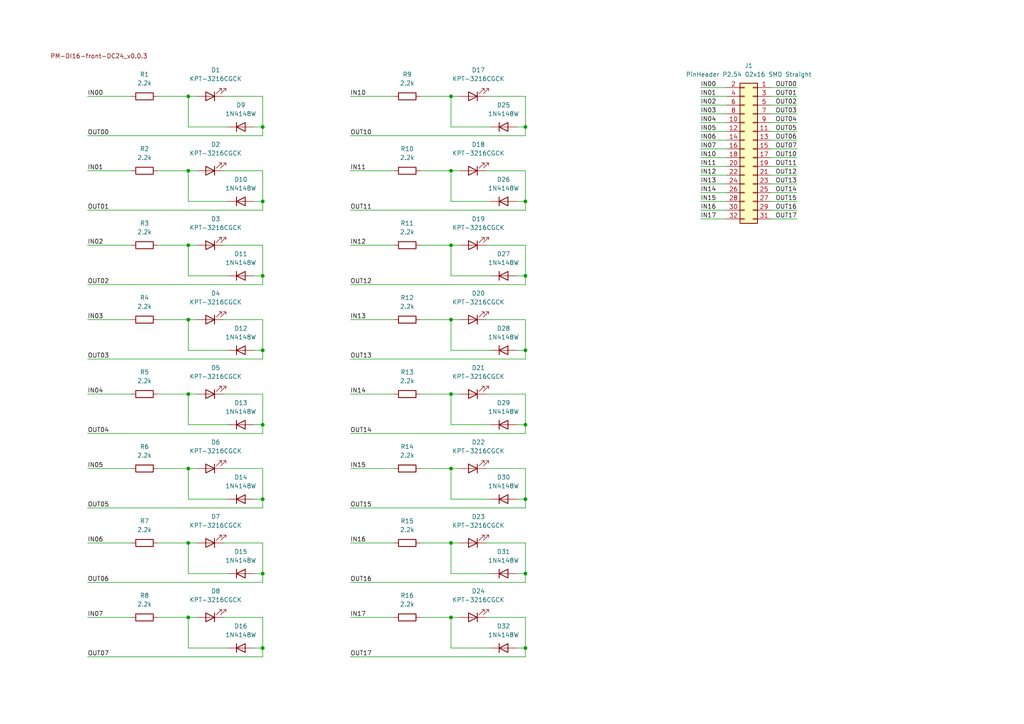
<source format=kicad_sch>
(kicad_sch (version 20231120) (generator "eeschema") (generator_version "8.0")
  (paper "A4")
  (title_block (title "Модуль PM-DI16-front-DC24"))
  (lib_symbols
    (symbol "kicad_inventree_lib:1N4148W" (pin_numbers hide) (pin_names (offset 1.016) hide)
      (property "Reference" "D" (at 0 2.54 0))
      (property "Value" "1N4148W" (at 0 -2.54 0))
      (symbol "1N4148W_1_1"
        (pin passive line (at -3.81 0 0) (length 2.54) (name "K") (number "1"))
        (pin passive line (at 3.81 0 180) (length 2.54) (name "A") (number "2"))
      )
    )
    (symbol "kicad_inventree_lib:Kingbright_KPT-3216CGCK" (pin_numbers hide) (pin_names (offset 1.016) hide)
      (property "Reference" "D" (at 0 2.54 0))
      (property "Value" "KPT-3216CGCK" (at 0 -2.54 0))
      (symbol "Kingbright_KPT-3216CGCK_1_1"
        (pin passive line (at -3.81 0 0) (length 2.54) (name "K") (number "1"))
        (pin passive line (at 3.81 0 180) (length 2.54) (name "A") (number "2"))
      )
    )
    (symbol "kicad_inventree_lib:PM-DI16-front-DC24_v0.0.3" (on_board no)
      (symbol "PM-DI16-front-DC24_v0.0.3_1_1"
        (text "PM-DI16-front-DC24_v0.0.3" (at -0.508 -2.286 0) (effects (font (size 1.27 1.27))))
      )
    )
    (symbol "kicad_inventree_lib:PinHeader P2.54 02x16 SMD Straight" (pin_names (offset 1.016) hide)
      (property "Reference" "J" (at 1.27 20.32 0))
      (property "Value" "PinHeader P2.54 02x16 SMD Straight" (at 1.27 -22.86 0))
      (symbol "PinHeader P2.54 02x16 SMD Straight_1_1"
        (pin passive line (at -5.08 17.78 0) (length 3.81) (name "Pin_1") (number "1"))
        (pin passive line (at 7.62 7.62 180) (length 3.81) (name "Pin_10") (number "10"))
        (pin passive line (at -5.08 5.08 0) (length 3.81) (name "Pin_11") (number "11"))
        (pin passive line (at 7.62 5.08 180) (length 3.81) (name "Pin_12") (number "12"))
        (pin passive line (at -5.08 2.54 0) (length 3.81) (name "Pin_13") (number "13"))
        (pin passive line (at 7.62 2.54 180) (length 3.81) (name "Pin_14") (number "14"))
        (pin passive line (at -5.08 0 0) (length 3.81) (name "Pin_15") (number "15"))
        (pin passive line (at 7.62 0 180) (length 3.81) (name "Pin_16") (number "16"))
        (pin passive line (at -5.08 -2.54 0) (length 3.81) (name "Pin_17") (number "17"))
        (pin passive line (at 7.62 -2.54 180) (length 3.81) (name "Pin_18") (number "18"))
        (pin passive line (at -5.08 -5.08 0) (length 3.81) (name "Pin_19") (number "19"))
        (pin passive line (at 7.62 17.78 180) (length 3.81) (name "Pin_2") (number "2"))
        (pin passive line (at 7.62 -5.08 180) (length 3.81) (name "Pin_20") (number "20"))
        (pin passive line (at -5.08 -7.62 0) (length 3.81) (name "Pin_21") (number "21"))
        (pin passive line (at 7.62 -7.62 180) (length 3.81) (name "Pin_22") (number "22"))
        (pin passive line (at -5.08 -10.16 0) (length 3.81) (name "Pin_23") (number "23"))
        (pin passive line (at 7.62 -10.16 180) (length 3.81) (name "Pin_24") (number "24"))
        (pin passive line (at -5.08 -12.7 0) (length 3.81) (name "Pin_25") (number "25"))
        (pin passive line (at 7.62 -12.7 180) (length 3.81) (name "Pin_26") (number "26"))
        (pin passive line (at -5.08 -15.24 0) (length 3.81) (name "Pin_27") (number "27"))
        (pin passive line (at 7.62 -15.24 180) (length 3.81) (name "Pin_28") (number "28"))
        (pin passive line (at -5.08 -17.78 0) (length 3.81) (name "Pin_29") (number "29"))
        (pin passive line (at -5.08 15.24 0) (length 3.81) (name "Pin_3") (number "3"))
        (pin passive line (at 7.62 -17.78 180) (length 3.81) (name "Pin_30") (number "30"))
        (pin passive line (at -5.08 -20.32 0) (length 3.81) (name "Pin_31") (number "31"))
        (pin passive line (at 7.62 -20.32 180) (length 3.81) (name "Pin_32") (number "32"))
        (pin passive line (at 7.62 15.24 180) (length 3.81) (name "Pin_4") (number "4"))
        (pin passive line (at -5.08 12.7 0) (length 3.81) (name "Pin_5") (number "5"))
        (pin passive line (at 7.62 12.7 180) (length 3.81) (name "Pin_6") (number "6"))
        (pin passive line (at -5.08 10.16 0) (length 3.81) (name "Pin_7") (number "7"))
        (pin passive line (at 7.62 10.16 180) (length 3.81) (name "Pin_8") (number "8"))
        (pin passive line (at -5.08 7.62 0) (length 3.81) (name "Pin_9") (number "9"))
      )
    )
    (symbol "kicad_inventree_lib:R_2k2_2512_1%" (pin_numbers hide) (pin_names (offset 0))
      (property "Reference" "R" (at 2.032 0 90))
      (property "Value" "2.2k" (at 0 0 90))
      (symbol "R_2k2_2512_1%_1_1"
        (pin passive line (at 0 3.81 270) (length 1.27) (name "~") (number "1"))
        (pin passive line (at 0 -3.81 90) (length 1.27) (name "~") (number "2"))
      )
    )
  )
  (junction (at 76.2 144.78))
  (junction (at 130.81 157.48))
  (junction (at 152.4 123.19))
  (junction (at 152.4 58.42))
  (junction (at 76.2 187.96))
  (junction (at 130.81 49.53))
  (junction (at 152.4 166.37))
  (junction (at 152.4 101.6))
  (junction (at 152.4 36.83))
  (junction (at 76.2 80.01))
  (junction (at 76.2 101.6))
  (junction (at 54.61 179.07))
  (junction (at 130.81 92.71))
  (junction (at 130.81 71.12))
  (junction (at 152.4 144.78))
  (junction (at 130.81 179.07))
  (junction (at 54.61 49.53))
  (junction (at 54.61 27.94))
  (junction (at 152.4 187.96))
  (junction (at 76.2 166.37))
  (junction (at 54.61 92.71))
  (junction (at 130.81 135.89))
  (junction (at 130.81 27.94))
  (junction (at 54.61 71.12))
  (junction (at 76.2 36.83))
  (junction (at 54.61 157.48))
  (junction (at 130.81 114.3))
  (junction (at 76.2 123.19))
  (junction (at 54.61 135.89))
  (junction (at 76.2 58.42))
  (junction (at 54.61 114.3))
  (junction (at 152.4 80.01))
  (wire (pts (xy 203.2 25.4) (xy 210.82 25.4)))
  (wire (pts (xy 152.4 80.01) (xy 152.4 71.12)))
  (wire (pts (xy 152.4 60.96) (xy 152.4 58.42)))
  (wire (pts (xy 25.4 168.91) (xy 76.2 168.91)))
  (wire (pts (xy 66.04 80.01) (xy 54.61 80.01)))
  (wire (pts (xy 25.4 135.89) (xy 38.1 135.89)))
  (wire (pts (xy 101.6 190.5) (xy 152.4 190.5)))
  (wire (pts (xy 101.6 92.71) (xy 114.3 92.71)))
  (wire (pts (xy 25.4 179.07) (xy 38.1 179.07)))
  (wire (pts (xy 203.2 35.56) (xy 210.82 35.56)))
  (wire (pts (xy 140.97 157.48) (xy 152.4 157.48)))
  (wire (pts (xy 130.81 49.53) (xy 133.35 49.53)))
  (wire (pts (xy 66.04 101.6) (xy 54.61 101.6)))
  (wire (pts (xy 101.6 82.55) (xy 152.4 82.55)))
  (wire (pts (xy 130.81 58.42) (xy 130.81 49.53)))
  (wire (pts (xy 66.04 144.78) (xy 54.61 144.78)))
  (wire (pts (xy 101.6 168.91) (xy 152.4 168.91)))
  (wire (pts (xy 73.66 123.19) (xy 76.2 123.19)))
  (wire (pts (xy 223.52 33.02) (xy 231.14 33.02)))
  (wire (pts (xy 149.86 36.83) (xy 152.4 36.83)))
  (wire (pts (xy 76.2 147.32) (xy 76.2 144.78)))
  (wire (pts (xy 121.92 135.89) (xy 130.81 135.89)))
  (wire (pts (xy 223.52 45.72) (xy 231.14 45.72)))
  (wire (pts (xy 142.24 123.19) (xy 130.81 123.19)))
  (wire (pts (xy 152.4 190.5) (xy 152.4 187.96)))
  (wire (pts (xy 152.4 58.42) (xy 152.4 49.53)))
  (wire (pts (xy 25.4 104.14) (xy 76.2 104.14)))
  (wire (pts (xy 76.2 80.01) (xy 76.2 71.12)))
  (wire (pts (xy 101.6 49.53) (xy 114.3 49.53)))
  (wire (pts (xy 152.4 36.83) (xy 152.4 27.94)))
  (wire (pts (xy 64.77 71.12) (xy 76.2 71.12)))
  (wire (pts (xy 54.61 92.71) (xy 57.15 92.71)))
  (wire (pts (xy 101.6 27.94) (xy 114.3 27.94)))
  (wire (pts (xy 223.52 27.94) (xy 231.14 27.94)))
  (wire (pts (xy 149.86 187.96) (xy 152.4 187.96)))
  (wire (pts (xy 130.81 114.3) (xy 133.35 114.3)))
  (wire (pts (xy 66.04 166.37) (xy 54.61 166.37)))
  (wire (pts (xy 130.81 166.37) (xy 130.81 157.48)))
  (wire (pts (xy 140.97 179.07) (xy 152.4 179.07)))
  (wire (pts (xy 203.2 40.64) (xy 210.82 40.64)))
  (wire (pts (xy 149.86 144.78) (xy 152.4 144.78)))
  (wire (pts (xy 203.2 43.18) (xy 210.82 43.18)))
  (wire (pts (xy 149.86 123.19) (xy 152.4 123.19)))
  (wire (pts (xy 223.52 53.34) (xy 231.14 53.34)))
  (wire (pts (xy 76.2 190.5) (xy 76.2 187.96)))
  (wire (pts (xy 223.52 35.56) (xy 231.14 35.56)))
  (wire (pts (xy 25.4 190.5) (xy 76.2 190.5)))
  (wire (pts (xy 73.66 58.42) (xy 76.2 58.42)))
  (wire (pts (xy 223.52 50.8) (xy 231.14 50.8)))
  (wire (pts (xy 54.61 101.6) (xy 54.61 92.71)))
  (wire (pts (xy 25.4 125.73) (xy 76.2 125.73)))
  (wire (pts (xy 73.66 36.83) (xy 76.2 36.83)))
  (wire (pts (xy 101.6 125.73) (xy 152.4 125.73)))
  (wire (pts (xy 64.77 114.3) (xy 76.2 114.3)))
  (wire (pts (xy 25.4 60.96) (xy 76.2 60.96)))
  (wire (pts (xy 140.97 92.71) (xy 152.4 92.71)))
  (wire (pts (xy 76.2 36.83) (xy 76.2 27.94)))
  (wire (pts (xy 66.04 187.96) (xy 54.61 187.96)))
  (wire (pts (xy 25.4 27.94) (xy 38.1 27.94)))
  (wire (pts (xy 142.24 187.96) (xy 130.81 187.96)))
  (wire (pts (xy 25.4 71.12) (xy 38.1 71.12)))
  (wire (pts (xy 130.81 36.83) (xy 130.81 27.94)))
  (wire (pts (xy 203.2 30.48) (xy 210.82 30.48)))
  (wire (pts (xy 223.52 58.42) (xy 231.14 58.42)))
  (wire (pts (xy 54.61 114.3) (xy 57.15 114.3)))
  (wire (pts (xy 64.77 135.89) (xy 76.2 135.89)))
  (wire (pts (xy 203.2 63.5) (xy 210.82 63.5)))
  (wire (pts (xy 45.72 27.94) (xy 54.61 27.94)))
  (wire (pts (xy 149.86 166.37) (xy 152.4 166.37)))
  (wire (pts (xy 64.77 27.94) (xy 76.2 27.94)))
  (wire (pts (xy 25.4 39.37) (xy 76.2 39.37)))
  (wire (pts (xy 76.2 187.96) (xy 76.2 179.07)))
  (wire (pts (xy 73.66 166.37) (xy 76.2 166.37)))
  (wire (pts (xy 101.6 135.89) (xy 114.3 135.89)))
  (wire (pts (xy 130.81 71.12) (xy 133.35 71.12)))
  (wire (pts (xy 101.6 147.32) (xy 152.4 147.32)))
  (wire (pts (xy 66.04 36.83) (xy 54.61 36.83)))
  (wire (pts (xy 121.92 92.71) (xy 130.81 92.71)))
  (wire (pts (xy 203.2 58.42) (xy 210.82 58.42)))
  (wire (pts (xy 64.77 92.71) (xy 76.2 92.71)))
  (wire (pts (xy 64.77 49.53) (xy 76.2 49.53)))
  (wire (pts (xy 152.4 168.91) (xy 152.4 166.37)))
  (wire (pts (xy 64.77 157.48) (xy 76.2 157.48)))
  (wire (pts (xy 76.2 101.6) (xy 76.2 92.71)))
  (wire (pts (xy 101.6 71.12) (xy 114.3 71.12)))
  (wire (pts (xy 152.4 187.96) (xy 152.4 179.07)))
  (wire (pts (xy 54.61 58.42) (xy 54.61 49.53)))
  (wire (pts (xy 140.97 114.3) (xy 152.4 114.3)))
  (wire (pts (xy 54.61 71.12) (xy 57.15 71.12)))
  (wire (pts (xy 203.2 55.88) (xy 210.82 55.88)))
  (wire (pts (xy 76.2 123.19) (xy 76.2 114.3)))
  (wire (pts (xy 130.81 187.96) (xy 130.81 179.07)))
  (wire (pts (xy 64.77 179.07) (xy 76.2 179.07)))
  (wire (pts (xy 152.4 123.19) (xy 152.4 114.3)))
  (wire (pts (xy 203.2 45.72) (xy 210.82 45.72)))
  (wire (pts (xy 130.81 179.07) (xy 133.35 179.07)))
  (wire (pts (xy 142.24 166.37) (xy 130.81 166.37)))
  (wire (pts (xy 203.2 48.26) (xy 210.82 48.26)))
  (wire (pts (xy 101.6 60.96) (xy 152.4 60.96)))
  (wire (pts (xy 152.4 104.14) (xy 152.4 101.6)))
  (wire (pts (xy 73.66 144.78) (xy 76.2 144.78)))
  (wire (pts (xy 223.52 55.88) (xy 231.14 55.88)))
  (wire (pts (xy 142.24 36.83) (xy 130.81 36.83)))
  (wire (pts (xy 45.72 157.48) (xy 54.61 157.48)))
  (wire (pts (xy 45.72 114.3) (xy 54.61 114.3)))
  (wire (pts (xy 101.6 39.37) (xy 152.4 39.37)))
  (wire (pts (xy 130.81 27.94) (xy 133.35 27.94)))
  (wire (pts (xy 76.2 82.55) (xy 76.2 80.01)))
  (wire (pts (xy 223.52 30.48) (xy 231.14 30.48)))
  (wire (pts (xy 152.4 147.32) (xy 152.4 144.78)))
  (wire (pts (xy 101.6 104.14) (xy 152.4 104.14)))
  (wire (pts (xy 54.61 27.94) (xy 57.15 27.94)))
  (wire (pts (xy 25.4 147.32) (xy 76.2 147.32)))
  (wire (pts (xy 142.24 58.42) (xy 130.81 58.42)))
  (wire (pts (xy 121.92 49.53) (xy 130.81 49.53)))
  (wire (pts (xy 152.4 144.78) (xy 152.4 135.89)))
  (wire (pts (xy 25.4 49.53) (xy 38.1 49.53)))
  (wire (pts (xy 76.2 166.37) (xy 76.2 157.48)))
  (wire (pts (xy 203.2 60.96) (xy 210.82 60.96)))
  (wire (pts (xy 223.52 63.5) (xy 231.14 63.5)))
  (wire (pts (xy 54.61 166.37) (xy 54.61 157.48)))
  (wire (pts (xy 54.61 144.78) (xy 54.61 135.89)))
  (wire (pts (xy 121.92 27.94) (xy 130.81 27.94)))
  (wire (pts (xy 45.72 92.71) (xy 54.61 92.71)))
  (wire (pts (xy 142.24 144.78) (xy 130.81 144.78)))
  (wire (pts (xy 54.61 187.96) (xy 54.61 179.07)))
  (wire (pts (xy 54.61 123.19) (xy 54.61 114.3)))
  (wire (pts (xy 140.97 71.12) (xy 152.4 71.12)))
  (wire (pts (xy 76.2 144.78) (xy 76.2 135.89)))
  (wire (pts (xy 149.86 80.01) (xy 152.4 80.01)))
  (wire (pts (xy 25.4 157.48) (xy 38.1 157.48)))
  (wire (pts (xy 140.97 135.89) (xy 152.4 135.89)))
  (wire (pts (xy 152.4 82.55) (xy 152.4 80.01)))
  (wire (pts (xy 223.52 48.26) (xy 231.14 48.26)))
  (wire (pts (xy 25.4 114.3) (xy 38.1 114.3)))
  (wire (pts (xy 140.97 27.94) (xy 152.4 27.94)))
  (wire (pts (xy 121.92 157.48) (xy 130.81 157.48)))
  (wire (pts (xy 130.81 92.71) (xy 133.35 92.71)))
  (wire (pts (xy 45.72 49.53) (xy 54.61 49.53)))
  (wire (pts (xy 45.72 71.12) (xy 54.61 71.12)))
  (wire (pts (xy 76.2 125.73) (xy 76.2 123.19)))
  (wire (pts (xy 54.61 179.07) (xy 57.15 179.07)))
  (wire (pts (xy 223.52 25.4) (xy 231.14 25.4)))
  (wire (pts (xy 130.81 123.19) (xy 130.81 114.3)))
  (wire (pts (xy 25.4 82.55) (xy 76.2 82.55)))
  (wire (pts (xy 223.52 38.1) (xy 231.14 38.1)))
  (wire (pts (xy 25.4 92.71) (xy 38.1 92.71)))
  (wire (pts (xy 203.2 50.8) (xy 210.82 50.8)))
  (wire (pts (xy 54.61 36.83) (xy 54.61 27.94)))
  (wire (pts (xy 149.86 101.6) (xy 152.4 101.6)))
  (wire (pts (xy 149.86 58.42) (xy 152.4 58.42)))
  (wire (pts (xy 130.81 80.01) (xy 130.81 71.12)))
  (wire (pts (xy 101.6 157.48) (xy 114.3 157.48)))
  (wire (pts (xy 54.61 49.53) (xy 57.15 49.53)))
  (wire (pts (xy 54.61 135.89) (xy 57.15 135.89)))
  (wire (pts (xy 101.6 179.07) (xy 114.3 179.07)))
  (wire (pts (xy 203.2 53.34) (xy 210.82 53.34)))
  (wire (pts (xy 130.81 157.48) (xy 133.35 157.48)))
  (wire (pts (xy 76.2 168.91) (xy 76.2 166.37)))
  (wire (pts (xy 121.92 114.3) (xy 130.81 114.3)))
  (wire (pts (xy 76.2 58.42) (xy 76.2 49.53)))
  (wire (pts (xy 152.4 166.37) (xy 152.4 157.48)))
  (wire (pts (xy 45.72 135.89) (xy 54.61 135.89)))
  (wire (pts (xy 152.4 39.37) (xy 152.4 36.83)))
  (wire (pts (xy 203.2 27.94) (xy 210.82 27.94)))
  (wire (pts (xy 73.66 187.96) (xy 76.2 187.96)))
  (wire (pts (xy 54.61 157.48) (xy 57.15 157.48)))
  (wire (pts (xy 130.81 144.78) (xy 130.81 135.89)))
  (wire (pts (xy 130.81 135.89) (xy 133.35 135.89)))
  (wire (pts (xy 121.92 71.12) (xy 130.81 71.12)))
  (wire (pts (xy 203.2 38.1) (xy 210.82 38.1)))
  (wire (pts (xy 203.2 33.02) (xy 210.82 33.02)))
  (wire (pts (xy 223.52 43.18) (xy 231.14 43.18)))
  (wire (pts (xy 76.2 104.14) (xy 76.2 101.6)))
  (wire (pts (xy 152.4 125.73) (xy 152.4 123.19)))
  (wire (pts (xy 152.4 101.6) (xy 152.4 92.71)))
  (wire (pts (xy 140.97 49.53) (xy 152.4 49.53)))
  (wire (pts (xy 223.52 40.64) (xy 231.14 40.64)))
  (wire (pts (xy 121.92 179.07) (xy 130.81 179.07)))
  (wire (pts (xy 66.04 123.19) (xy 54.61 123.19)))
  (wire (pts (xy 76.2 39.37) (xy 76.2 36.83)))
  (wire (pts (xy 76.2 60.96) (xy 76.2 58.42)))
  (wire (pts (xy 101.6 114.3) (xy 114.3 114.3)))
  (wire (pts (xy 73.66 80.01) (xy 76.2 80.01)))
  (wire (pts (xy 142.24 101.6) (xy 130.81 101.6)))
  (wire (pts (xy 142.24 80.01) (xy 130.81 80.01)))
  (wire (pts (xy 66.04 58.42) (xy 54.61 58.42)))
  (wire (pts (xy 73.66 101.6) (xy 76.2 101.6)))
  (wire (pts (xy 45.72 179.07) (xy 54.61 179.07)))
  (wire (pts (xy 54.61 80.01) (xy 54.61 71.12)))
  (wire (pts (xy 223.52 60.96) (xy 231.14 60.96)))
  (wire (pts (xy 130.81 101.6) (xy 130.81 92.71)))
  (label "OUT02" (at 25.4 82.55 0))
  (label "OUT05" (at 25.4 147.32 0))
  (label "OUT03" (at 25.4 104.14 0))
  (label "OUT00" (at 231.14 25.4 180))
  (label "IN11" (at 203.2 48.26 0))
  (label "IN03" (at 203.2 33.02 0))
  (label "OUT17" (at 231.14 63.5 180))
  (label "OUT07" (at 231.14 43.18 180))
  (label "IN04" (at 203.2 35.56 0))
  (label "OUT04" (at 231.14 35.56 180))
  (label "OUT17" (at 101.6 190.5 0))
  (label "IN16" (at 101.6 157.48 0))
  (label "OUT15" (at 231.14 58.42 180))
  (label "IN02" (at 203.2 30.48 0))
  (label "OUT12" (at 231.14 50.8 180))
  (label "OUT15" (at 101.6 147.32 0))
  (label "OUT04" (at 25.4 125.73 0))
  (label "IN13" (at 101.6 92.71 0))
  (label "IN03" (at 25.4 92.71 0))
  (label "IN07" (at 25.4 179.07 0))
  (label "IN00" (at 25.4 27.94 0))
  (label "OUT01" (at 25.4 60.96 0))
  (label "OUT16" (at 231.14 60.96 180))
  (label "OUT14" (at 101.6 125.73 0))
  (label "OUT07" (at 25.4 190.5 0))
  (label "OUT10" (at 231.14 45.72 180))
  (label "IN01" (at 203.2 27.94 0))
  (label "OUT00" (at 25.4 39.37 0))
  (label "OUT13" (at 101.6 104.14 0))
  (label "IN17" (at 203.2 63.5 0))
  (label "OUT13" (at 231.14 53.34 180))
  (label "OUT10" (at 101.6 39.37 0))
  (label "IN14" (at 203.2 55.88 0))
  (label "IN12" (at 101.6 71.12 0))
  (label "IN04" (at 25.4 114.3 0))
  (label "OUT05" (at 231.14 38.1 180))
  (label "OUT03" (at 231.14 33.02 180))
  (label "IN05" (at 25.4 135.89 0))
  (label "IN07" (at 203.2 43.18 0))
  (label "IN06" (at 25.4 157.48 0))
  (label "IN02" (at 25.4 71.12 0))
  (label "OUT11" (at 101.6 60.96 0))
  (label "OUT14" (at 231.14 55.88 180))
  (label "IN15" (at 203.2 58.42 0))
  (label "IN05" (at 203.2 38.1 0))
  (label "OUT11" (at 231.14 48.26 180))
  (label "IN13" (at 203.2 53.34 0))
  (label "OUT12" (at 101.6 82.55 0))
  (label "OUT02" (at 231.14 30.48 180))
  (label "IN06" (at 203.2 40.64 0))
  (label "IN17" (at 101.6 179.07 0))
  (label "IN15" (at 101.6 135.89 0))
  (label "IN11" (at 101.6 49.53 0))
  (label "IN14" (at 101.6 114.3 0))
  (label "IN10" (at 203.2 45.72 0))
  (label "IN16" (at 203.2 60.96 0))
  (label "IN12" (at 203.2 50.8 0))
  (label "OUT16" (at 101.6 168.91 0))
  (label "OUT01" (at 231.14 27.94 180))
  (label "OUT06" (at 231.14 40.64 180))
  (label "OUT06" (at 25.4 168.91 0))
  (label "IN01" (at 25.4 49.53 0))
  (label "IN00" (at 203.2 25.4 0))
  (label "IN10" (at 101.6 27.94 0))
  (symbol (lib_id "kicad_inventree_lib:1N4148W") (at 69.85 101.6 0) (unit 1)
    (property "Reference" "D12" (at 69.85 95.25 0))
    (property "Value" "1N4148W" (at 69.85 97.79 0))
    (property "Footprint" "Diode_SMD:D_SOD-123" (effects (hide yes)))
    (property "Datasheet" "http://inventree.network/part/27/" (effects (hide yes)))
    (property "Description" "Diode" (effects (hide yes)))
    (property "Sim.Device" "D" (effects (hide yes)))
    (property "Sim.Pins" "1=K 2=A" (effects (hide yes)))
    (property "MfrPart" "1N4148W" (effects (hide yes)))
    (property "Manufacturer" "Jingdao" (effects (hide yes)))
    (property "HQPart" "DS0143597" (effects (hide yes)))
    (property "NextPCB_price" "0.00811" (effects (hide yes)))
    (property "NextPCB_url" "https://www.hqonline.com/product-detail/switching-diodes--small-signal--st-xianke--1n4148w-2500240525" (effects (hide yes)))
    (property "part_ipn" "1N4148W" (effects (hide yes)))
  )
  (symbol (lib_id "kicad_inventree_lib:Kingbright_KPT-3216CGCK") (at 137.16 157.48 180) (unit 1)
    (property "Reference" "D23" (at 138.7475 149.86 0))
    (property "Value" "KPT-3216CGCK" (at 138.7475 152.4 0))
    (property "Footprint" "NextPCB:Kingbright_KPT-3216CGCK" (effects (hide yes)))
    (property "Datasheet" "http://inventree.network/part/35/" (effects (hide yes)))
    (property "Description" "Light emitting diode" (effects (hide yes)))
    (property "Manufacturer" "Kingbright" (effects (hide yes)))
    (property "NextPCB_price" "0.15788" (effects (hide yes)))
    (property "NextPCB_url" "https://www.hqonline.com/product-detail/kingbright-kpt-3216cgck-1028061232" (effects (hide yes)))
    (property "part_ipn" "KPT-3216CGCK" (effects (hide yes)))
  )
  (symbol (lib_id "kicad_inventree_lib:1N4148W") (at 146.05 144.78 0) (unit 1)
    (property "Reference" "D30" (at 146.05 138.43 0))
    (property "Value" "1N4148W" (at 146.05 140.97 0))
    (property "Footprint" "Diode_SMD:D_SOD-123" (effects (hide yes)))
    (property "Datasheet" "http://inventree.network/part/27/" (effects (hide yes)))
    (property "Description" "Diode" (effects (hide yes)))
    (property "Sim.Device" "D" (effects (hide yes)))
    (property "Sim.Pins" "1=K 2=A" (effects (hide yes)))
    (property "MfrPart" "1N4148W" (effects (hide yes)))
    (property "Manufacturer" "Jingdao" (effects (hide yes)))
    (property "HQPart" "DS0143597" (effects (hide yes)))
    (property "NextPCB_price" "0.00811" (effects (hide yes)))
    (property "NextPCB_url" "https://www.hqonline.com/product-detail/switching-diodes--small-signal--st-xianke--1n4148w-2500240525" (effects (hide yes)))
    (property "part_ipn" "1N4148W" (effects (hide yes)))
  )
  (symbol (lib_id "kicad_inventree_lib:R_2k2_2512_1%") (at 41.91 135.89 90) (unit 1)
    (property "Reference" "R6" (at 41.91 129.54 90))
    (property "Value" "2.2k" (at 41.91 132.08 90))
    (property "Footprint" "Resistor_SMD:R_2512_6332Metric_Pad1.40x3.35mm_HandSolder" (effects (hide yes)))
    (property "Datasheet" "http://inventree.network/part/34/" (effects (hide yes)))
    (property "Description" "Resistor" (effects (hide yes)))
    (property "NextPCB_price" "0.01655" (effects (hide yes)))
    (property "NextPCB_url" "https://www.hqonline.com/product-detail/chip-resistors-fojan-frc2512f1101ts-2500371841" (effects (hide yes)))
    (property "part_ipn" "R_2k2_2512_1%" (effects (hide yes)))
  )
  (symbol (lib_id "kicad_inventree_lib:1N4148W") (at 69.85 58.42 0) (unit 1)
    (property "Reference" "D10" (at 69.85 52.07 0))
    (property "Value" "1N4148W" (at 69.85 54.61 0))
    (property "Footprint" "Diode_SMD:D_SOD-123" (effects (hide yes)))
    (property "Datasheet" "http://inventree.network/part/27/" (effects (hide yes)))
    (property "Description" "Diode" (effects (hide yes)))
    (property "Sim.Device" "D" (effects (hide yes)))
    (property "Sim.Pins" "1=K 2=A" (effects (hide yes)))
    (property "MfrPart" "1N4148W" (effects (hide yes)))
    (property "Manufacturer" "Jingdao" (effects (hide yes)))
    (property "HQPart" "DS0143597" (effects (hide yes)))
    (property "NextPCB_price" "0.00811" (effects (hide yes)))
    (property "NextPCB_url" "https://www.hqonline.com/product-detail/switching-diodes--small-signal--st-xianke--1n4148w-2500240525" (effects (hide yes)))
    (property "part_ipn" "1N4148W" (effects (hide yes)))
  )
  (symbol (lib_id "kicad_inventree_lib:R_2k2_2512_1%") (at 41.91 92.71 90) (unit 1)
    (property "Reference" "R4" (at 41.91 86.36 90))
    (property "Value" "2.2k" (at 41.91 88.9 90))
    (property "Footprint" "Resistor_SMD:R_2512_6332Metric_Pad1.40x3.35mm_HandSolder" (effects (hide yes)))
    (property "Datasheet" "http://inventree.network/part/34/" (effects (hide yes)))
    (property "Description" "Resistor" (effects (hide yes)))
    (property "NextPCB_price" "0.01655" (effects (hide yes)))
    (property "NextPCB_url" "https://www.hqonline.com/product-detail/chip-resistors-fojan-frc2512f1101ts-2500371841" (effects (hide yes)))
    (property "part_ipn" "R_2k2_2512_1%" (effects (hide yes)))
  )
  (symbol (lib_id "kicad_inventree_lib:R_2k2_2512_1%") (at 41.91 27.94 90) (unit 1)
    (property "Reference" "R1" (at 41.91 21.59 90))
    (property "Value" "2.2k" (at 41.91 24.13 90))
    (property "Footprint" "Resistor_SMD:R_2512_6332Metric_Pad1.40x3.35mm_HandSolder" (effects (hide yes)))
    (property "Datasheet" "http://inventree.network/part/34/" (effects (hide yes)))
    (property "Description" "Resistor" (effects (hide yes)))
    (property "NextPCB_price" "0.01655" (effects (hide yes)))
    (property "NextPCB_url" "https://www.hqonline.com/product-detail/chip-resistors-fojan-frc2512f1101ts-2500371841" (effects (hide yes)))
    (property "part_ipn" "R_2k2_2512_1%" (effects (hide yes)))
  )
  (symbol (lib_id "kicad_inventree_lib:Kingbright_KPT-3216CGCK") (at 60.96 157.48 180) (unit 1)
    (property "Reference" "D7" (at 62.5475 149.86 0))
    (property "Value" "KPT-3216CGCK" (at 62.5475 152.4 0))
    (property "Footprint" "NextPCB:Kingbright_KPT-3216CGCK" (effects (hide yes)))
    (property "Datasheet" "http://inventree.network/part/35/" (effects (hide yes)))
    (property "Description" "Light emitting diode" (effects (hide yes)))
    (property "Manufacturer" "Kingbright" (effects (hide yes)))
    (property "NextPCB_price" "0.15788" (effects (hide yes)))
    (property "NextPCB_url" "https://www.hqonline.com/product-detail/kingbright-kpt-3216cgck-1028061232" (effects (hide yes)))
    (property "part_ipn" "KPT-3216CGCK" (effects (hide yes)))
  )
  (symbol (lib_id "kicad_inventree_lib:1N4148W") (at 146.05 36.83 0) (unit 1)
    (property "Reference" "D25" (at 146.05 30.48 0))
    (property "Value" "1N4148W" (at 146.05 33.02 0))
    (property "Footprint" "Diode_SMD:D_SOD-123" (effects (hide yes)))
    (property "Datasheet" "http://inventree.network/part/27/" (effects (hide yes)))
    (property "Description" "Diode" (effects (hide yes)))
    (property "Sim.Device" "D" (effects (hide yes)))
    (property "Sim.Pins" "1=K 2=A" (effects (hide yes)))
    (property "MfrPart" "1N4148W" (effects (hide yes)))
    (property "Manufacturer" "Jingdao" (effects (hide yes)))
    (property "HQPart" "DS0143597" (effects (hide yes)))
    (property "NextPCB_price" "0.00811" (effects (hide yes)))
    (property "NextPCB_url" "https://www.hqonline.com/product-detail/switching-diodes--small-signal--st-xianke--1n4148w-2500240525" (effects (hide yes)))
    (property "part_ipn" "1N4148W" (effects (hide yes)))
  )
  (symbol (lib_id "kicad_inventree_lib:Kingbright_KPT-3216CGCK") (at 137.16 114.3 180) (unit 1)
    (property "Reference" "D21" (at 138.7475 106.68 0))
    (property "Value" "KPT-3216CGCK" (at 138.7475 109.22 0))
    (property "Footprint" "NextPCB:Kingbright_KPT-3216CGCK" (effects (hide yes)))
    (property "Datasheet" "http://inventree.network/part/35/" (effects (hide yes)))
    (property "Description" "Light emitting diode" (effects (hide yes)))
    (property "Manufacturer" "Kingbright" (effects (hide yes)))
    (property "NextPCB_price" "0.15788" (effects (hide yes)))
    (property "NextPCB_url" "https://www.hqonline.com/product-detail/kingbright-kpt-3216cgck-1028061232" (effects (hide yes)))
    (property "part_ipn" "KPT-3216CGCK" (effects (hide yes)))
  )
  (symbol (lib_id "kicad_inventree_lib:Kingbright_KPT-3216CGCK") (at 60.96 135.89 180) (unit 1)
    (property "Reference" "D6" (at 62.5475 128.27 0))
    (property "Value" "KPT-3216CGCK" (at 62.5475 130.81 0))
    (property "Footprint" "NextPCB:Kingbright_KPT-3216CGCK" (effects (hide yes)))
    (property "Datasheet" "http://inventree.network/part/35/" (effects (hide yes)))
    (property "Description" "Light emitting diode" (effects (hide yes)))
    (property "Manufacturer" "Kingbright" (effects (hide yes)))
    (property "NextPCB_price" "0.15788" (effects (hide yes)))
    (property "NextPCB_url" "https://www.hqonline.com/product-detail/kingbright-kpt-3216cgck-1028061232" (effects (hide yes)))
    (property "part_ipn" "KPT-3216CGCK" (effects (hide yes)))
  )
  (symbol (lib_id "kicad_inventree_lib:R_2k2_2512_1%") (at 118.11 71.12 90) (unit 1)
    (property "Reference" "R11" (at 118.11 64.77 90))
    (property "Value" "2.2k" (at 118.11 67.31 90))
    (property "Footprint" "Resistor_SMD:R_2512_6332Metric_Pad1.40x3.35mm_HandSolder" (effects (hide yes)))
    (property "Datasheet" "http://inventree.network/part/34/" (effects (hide yes)))
    (property "Description" "Resistor" (effects (hide yes)))
    (property "NextPCB_price" "0.01655" (effects (hide yes)))
    (property "NextPCB_url" "https://www.hqonline.com/product-detail/chip-resistors-fojan-frc2512f1101ts-2500371841" (effects (hide yes)))
    (property "part_ipn" "R_2k2_2512_1%" (effects (hide yes)))
  )
  (symbol (lib_id "kicad_inventree_lib:Kingbright_KPT-3216CGCK") (at 137.16 49.53 180) (unit 1)
    (property "Reference" "D18" (at 138.7475 41.91 0))
    (property "Value" "KPT-3216CGCK" (at 138.7475 44.45 0))
    (property "Footprint" "NextPCB:Kingbright_KPT-3216CGCK" (effects (hide yes)))
    (property "Datasheet" "http://inventree.network/part/35/" (effects (hide yes)))
    (property "Description" "Light emitting diode" (effects (hide yes)))
    (property "Manufacturer" "Kingbright" (effects (hide yes)))
    (property "NextPCB_price" "0.15788" (effects (hide yes)))
    (property "NextPCB_url" "https://www.hqonline.com/product-detail/kingbright-kpt-3216cgck-1028061232" (effects (hide yes)))
    (property "part_ipn" "KPT-3216CGCK" (effects (hide yes)))
  )
  (symbol (lib_id "kicad_inventree_lib:Kingbright_KPT-3216CGCK") (at 137.16 179.07 180) (unit 1)
    (property "Reference" "D24" (at 138.7475 171.45 0))
    (property "Value" "KPT-3216CGCK" (at 138.7475 173.99 0))
    (property "Footprint" "NextPCB:Kingbright_KPT-3216CGCK" (effects (hide yes)))
    (property "Datasheet" "http://inventree.network/part/35/" (effects (hide yes)))
    (property "Description" "Light emitting diode" (effects (hide yes)))
    (property "Manufacturer" "Kingbright" (effects (hide yes)))
    (property "NextPCB_price" "0.15788" (effects (hide yes)))
    (property "NextPCB_url" "https://www.hqonline.com/product-detail/kingbright-kpt-3216cgck-1028061232" (effects (hide yes)))
    (property "part_ipn" "KPT-3216CGCK" (effects (hide yes)))
  )
  (symbol (lib_id "kicad_inventree_lib:1N4148W") (at 69.85 123.19 0) (unit 1)
    (property "Reference" "D13" (at 69.85 116.84 0))
    (property "Value" "1N4148W" (at 69.85 119.38 0))
    (property "Footprint" "Diode_SMD:D_SOD-123" (effects (hide yes)))
    (property "Datasheet" "http://inventree.network/part/27/" (effects (hide yes)))
    (property "Description" "Diode" (effects (hide yes)))
    (property "Sim.Device" "D" (effects (hide yes)))
    (property "Sim.Pins" "1=K 2=A" (effects (hide yes)))
    (property "MfrPart" "1N4148W" (effects (hide yes)))
    (property "Manufacturer" "Jingdao" (effects (hide yes)))
    (property "HQPart" "DS0143597" (effects (hide yes)))
    (property "NextPCB_price" "0.00811" (effects (hide yes)))
    (property "NextPCB_url" "https://www.hqonline.com/product-detail/switching-diodes--small-signal--st-xianke--1n4148w-2500240525" (effects (hide yes)))
    (property "part_ipn" "1N4148W" (effects (hide yes)))
  )
  (symbol (lib_id "kicad_inventree_lib:R_2k2_2512_1%") (at 118.11 157.48 90) (unit 1)
    (property "Reference" "R15" (at 118.11 151.13 90))
    (property "Value" "2.2k" (at 118.11 153.67 90))
    (property "Footprint" "Resistor_SMD:R_2512_6332Metric_Pad1.40x3.35mm_HandSolder" (effects (hide yes)))
    (property "Datasheet" "http://inventree.network/part/34/" (effects (hide yes)))
    (property "Description" "Resistor" (effects (hide yes)))
    (property "NextPCB_price" "0.01655" (effects (hide yes)))
    (property "NextPCB_url" "https://www.hqonline.com/product-detail/chip-resistors-fojan-frc2512f1101ts-2500371841" (effects (hide yes)))
    (property "part_ipn" "R_2k2_2512_1%" (effects (hide yes)))
  )
  (symbol (lib_id "kicad_inventree_lib:R_2k2_2512_1%") (at 118.11 92.71 90) (unit 1)
    (property "Reference" "R12" (at 118.11 86.36 90))
    (property "Value" "2.2k" (at 118.11 88.9 90))
    (property "Footprint" "Resistor_SMD:R_2512_6332Metric_Pad1.40x3.35mm_HandSolder" (effects (hide yes)))
    (property "Datasheet" "http://inventree.network/part/34/" (effects (hide yes)))
    (property "Description" "Resistor" (effects (hide yes)))
    (property "NextPCB_price" "0.01655" (effects (hide yes)))
    (property "NextPCB_url" "https://www.hqonline.com/product-detail/chip-resistors-fojan-frc2512f1101ts-2500371841" (effects (hide yes)))
    (property "part_ipn" "R_2k2_2512_1%" (effects (hide yes)))
  )
  (symbol (lib_id "kicad_inventree_lib:Kingbright_KPT-3216CGCK") (at 60.96 92.71 180) (unit 1)
    (property "Reference" "D4" (at 62.5475 85.09 0))
    (property "Value" "KPT-3216CGCK" (at 62.5475 87.63 0))
    (property "Footprint" "NextPCB:Kingbright_KPT-3216CGCK" (effects (hide yes)))
    (property "Datasheet" "http://inventree.network/part/35/" (effects (hide yes)))
    (property "Description" "Light emitting diode" (effects (hide yes)))
    (property "Manufacturer" "Kingbright" (effects (hide yes)))
    (property "NextPCB_price" "0.15788" (effects (hide yes)))
    (property "NextPCB_url" "https://www.hqonline.com/product-detail/kingbright-kpt-3216cgck-1028061232" (effects (hide yes)))
    (property "part_ipn" "KPT-3216CGCK" (effects (hide yes)))
  )
  (symbol (lib_id "kicad_inventree_lib:1N4148W") (at 146.05 187.96 0) (unit 1)
    (property "Reference" "D32" (at 146.05 181.61 0))
    (property "Value" "1N4148W" (at 146.05 184.15 0))
    (property "Footprint" "Diode_SMD:D_SOD-123" (effects (hide yes)))
    (property "Datasheet" "http://inventree.network/part/27/" (effects (hide yes)))
    (property "Description" "Diode" (effects (hide yes)))
    (property "Sim.Device" "D" (effects (hide yes)))
    (property "Sim.Pins" "1=K 2=A" (effects (hide yes)))
    (property "MfrPart" "1N4148W" (effects (hide yes)))
    (property "Manufacturer" "Jingdao" (effects (hide yes)))
    (property "HQPart" "DS0143597" (effects (hide yes)))
    (property "NextPCB_price" "0.00811" (effects (hide yes)))
    (property "NextPCB_url" "https://www.hqonline.com/product-detail/switching-diodes--small-signal--st-xianke--1n4148w-2500240525" (effects (hide yes)))
    (property "part_ipn" "1N4148W" (effects (hide yes)))
  )
  (symbol (lib_id "kicad_inventree_lib:R_2k2_2512_1%") (at 118.11 27.94 90) (unit 1)
    (property "Reference" "R9" (at 118.11 21.59 90))
    (property "Value" "2.2k" (at 118.11 24.13 90))
    (property "Footprint" "Resistor_SMD:R_2512_6332Metric_Pad1.40x3.35mm_HandSolder" (effects (hide yes)))
    (property "Datasheet" "http://inventree.network/part/34/" (effects (hide yes)))
    (property "Description" "Resistor" (effects (hide yes)))
    (property "NextPCB_price" "0.01655" (effects (hide yes)))
    (property "NextPCB_url" "https://www.hqonline.com/product-detail/chip-resistors-fojan-frc2512f1101ts-2500371841" (effects (hide yes)))
    (property "part_ipn" "R_2k2_2512_1%" (effects (hide yes)))
  )
  (symbol (lib_id "kicad_inventree_lib:1N4148W") (at 69.85 144.78 0) (unit 1)
    (property "Reference" "D14" (at 69.85 138.43 0))
    (property "Value" "1N4148W" (at 69.85 140.97 0))
    (property "Footprint" "Diode_SMD:D_SOD-123" (effects (hide yes)))
    (property "Datasheet" "http://inventree.network/part/27/" (effects (hide yes)))
    (property "Description" "Diode" (effects (hide yes)))
    (property "Sim.Device" "D" (effects (hide yes)))
    (property "Sim.Pins" "1=K 2=A" (effects (hide yes)))
    (property "MfrPart" "1N4148W" (effects (hide yes)))
    (property "Manufacturer" "Jingdao" (effects (hide yes)))
    (property "HQPart" "DS0143597" (effects (hide yes)))
    (property "NextPCB_price" "0.00811" (effects (hide yes)))
    (property "NextPCB_url" "https://www.hqonline.com/product-detail/switching-diodes--small-signal--st-xianke--1n4148w-2500240525" (effects (hide yes)))
    (property "part_ipn" "1N4148W" (effects (hide yes)))
  )
  (symbol (lib_id "kicad_inventree_lib:R_2k2_2512_1%") (at 41.91 114.3 90) (unit 1)
    (property "Reference" "R5" (at 41.91 107.95 90))
    (property "Value" "2.2k" (at 41.91 110.49 90))
    (property "Footprint" "Resistor_SMD:R_2512_6332Metric_Pad1.40x3.35mm_HandSolder" (effects (hide yes)))
    (property "Datasheet" "http://inventree.network/part/34/" (effects (hide yes)))
    (property "Description" "Resistor" (effects (hide yes)))
    (property "NextPCB_price" "0.01655" (effects (hide yes)))
    (property "NextPCB_url" "https://www.hqonline.com/product-detail/chip-resistors-fojan-frc2512f1101ts-2500371841" (effects (hide yes)))
    (property "part_ipn" "R_2k2_2512_1%" (effects (hide yes)))
  )
  (symbol (lib_id "kicad_inventree_lib:R_2k2_2512_1%") (at 118.11 135.89 90) (unit 1)
    (property "Reference" "R14" (at 118.11 129.54 90))
    (property "Value" "2.2k" (at 118.11 132.08 90))
    (property "Footprint" "Resistor_SMD:R_2512_6332Metric_Pad1.40x3.35mm_HandSolder" (effects (hide yes)))
    (property "Datasheet" "http://inventree.network/part/34/" (effects (hide yes)))
    (property "Description" "Resistor" (effects (hide yes)))
    (property "NextPCB_price" "0.01655" (effects (hide yes)))
    (property "NextPCB_url" "https://www.hqonline.com/product-detail/chip-resistors-fojan-frc2512f1101ts-2500371841" (effects (hide yes)))
    (property "part_ipn" "R_2k2_2512_1%" (effects (hide yes)))
  )
  (symbol (lib_id "kicad_inventree_lib:R_2k2_2512_1%") (at 41.91 71.12 90) (unit 1)
    (property "Reference" "R3" (at 41.91 64.77 90))
    (property "Value" "2.2k" (at 41.91 67.31 90))
    (property "Footprint" "Resistor_SMD:R_2512_6332Metric_Pad1.40x3.35mm_HandSolder" (effects (hide yes)))
    (property "Datasheet" "http://inventree.network/part/34/" (effects (hide yes)))
    (property "Description" "Resistor" (effects (hide yes)))
    (property "NextPCB_price" "0.01655" (effects (hide yes)))
    (property "NextPCB_url" "https://www.hqonline.com/product-detail/chip-resistors-fojan-frc2512f1101ts-2500371841" (effects (hide yes)))
    (property "part_ipn" "R_2k2_2512_1%" (effects (hide yes)))
  )
  (symbol (lib_id "kicad_inventree_lib:Kingbright_KPT-3216CGCK") (at 137.16 27.94 180) (unit 1)
    (property "Reference" "D17" (at 138.7475 20.32 0))
    (property "Value" "KPT-3216CGCK" (at 138.7475 22.86 0))
    (property "Footprint" "NextPCB:Kingbright_KPT-3216CGCK" (effects (hide yes)))
    (property "Datasheet" "http://inventree.network/part/35/" (effects (hide yes)))
    (property "Description" "Light emitting diode" (effects (hide yes)))
    (property "Manufacturer" "Kingbright" (effects (hide yes)))
    (property "NextPCB_price" "0.15788" (effects (hide yes)))
    (property "NextPCB_url" "https://www.hqonline.com/product-detail/kingbright-kpt-3216cgck-1028061232" (effects (hide yes)))
    (property "part_ipn" "KPT-3216CGCK" (effects (hide yes)))
  )
  (symbol (lib_id "kicad_inventree_lib:R_2k2_2512_1%") (at 118.11 49.53 90) (unit 1)
    (property "Reference" "R10" (at 118.11 43.18 90))
    (property "Value" "2.2k" (at 118.11 45.72 90))
    (property "Footprint" "Resistor_SMD:R_2512_6332Metric_Pad1.40x3.35mm_HandSolder" (effects (hide yes)))
    (property "Datasheet" "http://inventree.network/part/34/" (effects (hide yes)))
    (property "Description" "Resistor" (effects (hide yes)))
    (property "NextPCB_price" "0.01655" (effects (hide yes)))
    (property "NextPCB_url" "https://www.hqonline.com/product-detail/chip-resistors-fojan-frc2512f1101ts-2500371841" (effects (hide yes)))
    (property "part_ipn" "R_2k2_2512_1%" (effects (hide yes)))
  )
  (symbol (lib_id "kicad_inventree_lib:R_2k2_2512_1%") (at 41.91 179.07 90) (unit 1)
    (property "Reference" "R8" (at 41.91 172.72 90))
    (property "Value" "2.2k" (at 41.91 175.26 90))
    (property "Footprint" "Resistor_SMD:R_2512_6332Metric_Pad1.40x3.35mm_HandSolder" (effects (hide yes)))
    (property "Datasheet" "http://inventree.network/part/34/" (effects (hide yes)))
    (property "Description" "Resistor" (effects (hide yes)))
    (property "NextPCB_price" "0.01655" (effects (hide yes)))
    (property "NextPCB_url" "https://www.hqonline.com/product-detail/chip-resistors-fojan-frc2512f1101ts-2500371841" (effects (hide yes)))
    (property "part_ipn" "R_2k2_2512_1%" (effects (hide yes)))
  )
  (symbol (lib_id "kicad_inventree_lib:1N4148W") (at 146.05 58.42 0) (unit 1)
    (property "Reference" "D26" (at 146.05 52.07 0))
    (property "Value" "1N4148W" (at 146.05 54.61 0))
    (property "Footprint" "Diode_SMD:D_SOD-123" (effects (hide yes)))
    (property "Datasheet" "http://inventree.network/part/27/" (effects (hide yes)))
    (property "Description" "Diode" (effects (hide yes)))
    (property "Sim.Device" "D" (effects (hide yes)))
    (property "Sim.Pins" "1=K 2=A" (effects (hide yes)))
    (property "MfrPart" "1N4148W" (effects (hide yes)))
    (property "Manufacturer" "Jingdao" (effects (hide yes)))
    (property "HQPart" "DS0143597" (effects (hide yes)))
    (property "NextPCB_price" "0.00811" (effects (hide yes)))
    (property "NextPCB_url" "https://www.hqonline.com/product-detail/switching-diodes--small-signal--st-xianke--1n4148w-2500240525" (effects (hide yes)))
    (property "part_ipn" "1N4148W" (effects (hide yes)))
  )
  (symbol (lib_id "kicad_inventree_lib:Kingbright_KPT-3216CGCK") (at 137.16 135.89 180) (unit 1)
    (property "Reference" "D22" (at 138.7475 128.27 0))
    (property "Value" "KPT-3216CGCK" (at 138.7475 130.81 0))
    (property "Footprint" "NextPCB:Kingbright_KPT-3216CGCK" (effects (hide yes)))
    (property "Datasheet" "http://inventree.network/part/35/" (effects (hide yes)))
    (property "Description" "Light emitting diode" (effects (hide yes)))
    (property "Manufacturer" "Kingbright" (effects (hide yes)))
    (property "NextPCB_price" "0.15788" (effects (hide yes)))
    (property "NextPCB_url" "https://www.hqonline.com/product-detail/kingbright-kpt-3216cgck-1028061232" (effects (hide yes)))
    (property "part_ipn" "KPT-3216CGCK" (effects (hide yes)))
  )
  (symbol (lib_id "kicad_inventree_lib:1N4148W") (at 146.05 101.6 0) (unit 1)
    (property "Reference" "D28" (at 146.05 95.25 0))
    (property "Value" "1N4148W" (at 146.05 97.79 0))
    (property "Footprint" "Diode_SMD:D_SOD-123" (effects (hide yes)))
    (property "Datasheet" "http://inventree.network/part/27/" (effects (hide yes)))
    (property "Description" "Diode" (effects (hide yes)))
    (property "Sim.Device" "D" (effects (hide yes)))
    (property "Sim.Pins" "1=K 2=A" (effects (hide yes)))
    (property "MfrPart" "1N4148W" (effects (hide yes)))
    (property "Manufacturer" "Jingdao" (effects (hide yes)))
    (property "HQPart" "DS0143597" (effects (hide yes)))
    (property "NextPCB_price" "0.00811" (effects (hide yes)))
    (property "NextPCB_url" "https://www.hqonline.com/product-detail/switching-diodes--small-signal--st-xianke--1n4148w-2500240525" (effects (hide yes)))
    (property "part_ipn" "1N4148W" (effects (hide yes)))
  )
  (symbol (lib_id "kicad_inventree_lib:Kingbright_KPT-3216CGCK") (at 137.16 92.71 180) (unit 1)
    (property "Reference" "D20" (at 138.7475 85.09 0))
    (property "Value" "KPT-3216CGCK" (at 138.7475 87.63 0))
    (property "Footprint" "NextPCB:Kingbright_KPT-3216CGCK" (effects (hide yes)))
    (property "Datasheet" "http://inventree.network/part/35/" (effects (hide yes)))
    (property "Description" "Light emitting diode" (effects (hide yes)))
    (property "Manufacturer" "Kingbright" (effects (hide yes)))
    (property "NextPCB_price" "0.15788" (effects (hide yes)))
    (property "NextPCB_url" "https://www.hqonline.com/product-detail/kingbright-kpt-3216cgck-1028061232" (effects (hide yes)))
    (property "part_ipn" "KPT-3216CGCK" (effects (hide yes)))
  )
  (symbol (lib_id "kicad_inventree_lib:PM-DI16-front-DC24_v0.0.3") (at 29.21 13.97 0) (unit 1) (on_board no)
    (property "Reference" "PCB1" (effects (hide yes)))
    (property "Datasheet" "http://inventree.network/part/36/" (effects (hide yes)))
    (property "part_ipn" "PM-DI16-front-DC24_v0.0.3" (effects (hide yes)))
  )
  (symbol (lib_id "kicad_inventree_lib:1N4148W") (at 146.05 166.37 0) (unit 1)
    (property "Reference" "D31" (at 146.05 160.02 0))
    (property "Value" "1N4148W" (at 146.05 162.56 0))
    (property "Footprint" "Diode_SMD:D_SOD-123" (effects (hide yes)))
    (property "Datasheet" "http://inventree.network/part/27/" (effects (hide yes)))
    (property "Description" "Diode" (effects (hide yes)))
    (property "Sim.Device" "D" (effects (hide yes)))
    (property "Sim.Pins" "1=K 2=A" (effects (hide yes)))
    (property "MfrPart" "1N4148W" (effects (hide yes)))
    (property "Manufacturer" "Jingdao" (effects (hide yes)))
    (property "HQPart" "DS0143597" (effects (hide yes)))
    (property "NextPCB_price" "0.00811" (effects (hide yes)))
    (property "NextPCB_url" "https://www.hqonline.com/product-detail/switching-diodes--small-signal--st-xianke--1n4148w-2500240525" (effects (hide yes)))
    (property "part_ipn" "1N4148W" (effects (hide yes)))
  )
  (symbol (lib_id "kicad_inventree_lib:R_2k2_2512_1%") (at 118.11 179.07 90) (unit 1)
    (property "Reference" "R16" (at 118.11 172.72 90))
    (property "Value" "2.2k" (at 118.11 175.26 90))
    (property "Footprint" "Resistor_SMD:R_2512_6332Metric_Pad1.40x3.35mm_HandSolder" (effects (hide yes)))
    (property "Datasheet" "http://inventree.network/part/34/" (effects (hide yes)))
    (property "Description" "Resistor" (effects (hide yes)))
    (property "NextPCB_price" "0.01655" (effects (hide yes)))
    (property "NextPCB_url" "https://www.hqonline.com/product-detail/chip-resistors-fojan-frc2512f1101ts-2500371841" (effects (hide yes)))
    (property "part_ipn" "R_2k2_2512_1%" (effects (hide yes)))
  )
  (symbol (lib_id "kicad_inventree_lib:1N4148W") (at 69.85 187.96 0) (unit 1)
    (property "Reference" "D16" (at 69.85 181.61 0))
    (property "Value" "1N4148W" (at 69.85 184.15 0))
    (property "Footprint" "Diode_SMD:D_SOD-123" (effects (hide yes)))
    (property "Datasheet" "http://inventree.network/part/27/" (effects (hide yes)))
    (property "Description" "Diode" (effects (hide yes)))
    (property "Sim.Device" "D" (effects (hide yes)))
    (property "Sim.Pins" "1=K 2=A" (effects (hide yes)))
    (property "MfrPart" "1N4148W" (effects (hide yes)))
    (property "Manufacturer" "Jingdao" (effects (hide yes)))
    (property "HQPart" "DS0143597" (effects (hide yes)))
    (property "NextPCB_price" "0.00811" (effects (hide yes)))
    (property "NextPCB_url" "https://www.hqonline.com/product-detail/switching-diodes--small-signal--st-xianke--1n4148w-2500240525" (effects (hide yes)))
    (property "part_ipn" "1N4148W" (effects (hide yes)))
  )
  (symbol (lib_id "kicad_inventree_lib:1N4148W") (at 69.85 166.37 0) (unit 1)
    (property "Reference" "D15" (at 69.85 160.02 0))
    (property "Value" "1N4148W" (at 69.85 162.56 0))
    (property "Footprint" "Diode_SMD:D_SOD-123" (effects (hide yes)))
    (property "Datasheet" "http://inventree.network/part/27/" (effects (hide yes)))
    (property "Description" "Diode" (effects (hide yes)))
    (property "Sim.Device" "D" (effects (hide yes)))
    (property "Sim.Pins" "1=K 2=A" (effects (hide yes)))
    (property "MfrPart" "1N4148W" (effects (hide yes)))
    (property "Manufacturer" "Jingdao" (effects (hide yes)))
    (property "HQPart" "DS0143597" (effects (hide yes)))
    (property "NextPCB_price" "0.00811" (effects (hide yes)))
    (property "NextPCB_url" "https://www.hqonline.com/product-detail/switching-diodes--small-signal--st-xianke--1n4148w-2500240525" (effects (hide yes)))
    (property "part_ipn" "1N4148W" (effects (hide yes)))
  )
  (symbol (lib_id "kicad_inventree_lib:1N4148W") (at 146.05 123.19 0) (unit 1)
    (property "Reference" "D29" (at 146.05 116.84 0))
    (property "Value" "1N4148W" (at 146.05 119.38 0))
    (property "Footprint" "Diode_SMD:D_SOD-123" (effects (hide yes)))
    (property "Datasheet" "http://inventree.network/part/27/" (effects (hide yes)))
    (property "Description" "Diode" (effects (hide yes)))
    (property "Sim.Device" "D" (effects (hide yes)))
    (property "Sim.Pins" "1=K 2=A" (effects (hide yes)))
    (property "MfrPart" "1N4148W" (effects (hide yes)))
    (property "Manufacturer" "Jingdao" (effects (hide yes)))
    (property "HQPart" "DS0143597" (effects (hide yes)))
    (property "NextPCB_price" "0.00811" (effects (hide yes)))
    (property "NextPCB_url" "https://www.hqonline.com/product-detail/switching-diodes--small-signal--st-xianke--1n4148w-2500240525" (effects (hide yes)))
    (property "part_ipn" "1N4148W" (effects (hide yes)))
  )
  (symbol (lib_id "kicad_inventree_lib:R_2k2_2512_1%") (at 41.91 157.48 90) (unit 1)
    (property "Reference" "R7" (at 41.91 151.13 90))
    (property "Value" "2.2k" (at 41.91 153.67 90))
    (property "Footprint" "Resistor_SMD:R_2512_6332Metric_Pad1.40x3.35mm_HandSolder" (effects (hide yes)))
    (property "Datasheet" "http://inventree.network/part/34/" (effects (hide yes)))
    (property "Description" "Resistor" (effects (hide yes)))
    (property "NextPCB_price" "0.01655" (effects (hide yes)))
    (property "NextPCB_url" "https://www.hqonline.com/product-detail/chip-resistors-fojan-frc2512f1101ts-2500371841" (effects (hide yes)))
    (property "part_ipn" "R_2k2_2512_1%" (effects (hide yes)))
  )
  (symbol (lib_id "kicad_inventree_lib:R_2k2_2512_1%") (at 118.11 114.3 90) (unit 1)
    (property "Reference" "R13" (at 118.11 107.95 90))
    (property "Value" "2.2k" (at 118.11 110.49 90))
    (property "Footprint" "Resistor_SMD:R_2512_6332Metric_Pad1.40x3.35mm_HandSolder" (effects (hide yes)))
    (property "Datasheet" "http://inventree.network/part/34/" (effects (hide yes)))
    (property "Description" "Resistor" (effects (hide yes)))
    (property "NextPCB_price" "0.01655" (effects (hide yes)))
    (property "NextPCB_url" "https://www.hqonline.com/product-detail/chip-resistors-fojan-frc2512f1101ts-2500371841" (effects (hide yes)))
    (property "part_ipn" "R_2k2_2512_1%" (effects (hide yes)))
  )
  (symbol (lib_id "kicad_inventree_lib:Kingbright_KPT-3216CGCK") (at 60.96 27.94 180) (unit 1)
    (property "Reference" "D1" (at 62.5475 20.32 0))
    (property "Value" "KPT-3216CGCK" (at 62.5475 22.86 0))
    (property "Footprint" "NextPCB:Kingbright_KPT-3216CGCK" (effects (hide yes)))
    (property "Datasheet" "http://inventree.network/part/35/" (effects (hide yes)))
    (property "Description" "Light emitting diode" (effects (hide yes)))
    (property "Manufacturer" "Kingbright" (effects (hide yes)))
    (property "NextPCB_price" "0.15788" (effects (hide yes)))
    (property "NextPCB_url" "https://www.hqonline.com/product-detail/kingbright-kpt-3216cgck-1028061232" (effects (hide yes)))
    (property "part_ipn" "KPT-3216CGCK" (effects (hide yes)))
  )
  (symbol (lib_id "kicad_inventree_lib:Kingbright_KPT-3216CGCK") (at 60.96 71.12 180) (unit 1)
    (property "Reference" "D3" (at 62.5475 63.5 0))
    (property "Value" "KPT-3216CGCK" (at 62.5475 66.04 0))
    (property "Footprint" "NextPCB:Kingbright_KPT-3216CGCK" (effects (hide yes)))
    (property "Datasheet" "http://inventree.network/part/35/" (effects (hide yes)))
    (property "Description" "Light emitting diode" (effects (hide yes)))
    (property "Manufacturer" "Kingbright" (effects (hide yes)))
    (property "NextPCB_price" "0.15788" (effects (hide yes)))
    (property "NextPCB_url" "https://www.hqonline.com/product-detail/kingbright-kpt-3216cgck-1028061232" (effects (hide yes)))
    (property "part_ipn" "KPT-3216CGCK" (effects (hide yes)))
  )
  (symbol (lib_id "kicad_inventree_lib:1N4148W") (at 146.05 80.01 0) (unit 1)
    (property "Reference" "D27" (at 146.05 73.66 0))
    (property "Value" "1N4148W" (at 146.05 76.2 0))
    (property "Footprint" "Diode_SMD:D_SOD-123" (effects (hide yes)))
    (property "Datasheet" "http://inventree.network/part/27/" (effects (hide yes)))
    (property "Description" "Diode" (effects (hide yes)))
    (property "Sim.Device" "D" (effects (hide yes)))
    (property "Sim.Pins" "1=K 2=A" (effects (hide yes)))
    (property "MfrPart" "1N4148W" (effects (hide yes)))
    (property "Manufacturer" "Jingdao" (effects (hide yes)))
    (property "HQPart" "DS0143597" (effects (hide yes)))
    (property "NextPCB_price" "0.00811" (effects (hide yes)))
    (property "NextPCB_url" "https://www.hqonline.com/product-detail/switching-diodes--small-signal--st-xianke--1n4148w-2500240525" (effects (hide yes)))
    (property "part_ipn" "1N4148W" (effects (hide yes)))
  )
  (symbol (lib_id "kicad_inventree_lib:Kingbright_KPT-3216CGCK") (at 60.96 114.3 180) (unit 1)
    (property "Reference" "D5" (at 62.5475 106.68 0))
    (property "Value" "KPT-3216CGCK" (at 62.5475 109.22 0))
    (property "Footprint" "NextPCB:Kingbright_KPT-3216CGCK" (effects (hide yes)))
    (property "Datasheet" "http://inventree.network/part/35/" (effects (hide yes)))
    (property "Description" "Light emitting diode" (effects (hide yes)))
    (property "Manufacturer" "Kingbright" (effects (hide yes)))
    (property "NextPCB_price" "0.15788" (effects (hide yes)))
    (property "NextPCB_url" "https://www.hqonline.com/product-detail/kingbright-kpt-3216cgck-1028061232" (effects (hide yes)))
    (property "part_ipn" "KPT-3216CGCK" (effects (hide yes)))
  )
  (symbol (lib_id "kicad_inventree_lib:1N4148W") (at 69.85 80.01 0) (unit 1)
    (property "Reference" "D11" (at 69.85 73.66 0))
    (property "Value" "1N4148W" (at 69.85 76.2 0))
    (property "Footprint" "Diode_SMD:D_SOD-123" (effects (hide yes)))
    (property "Datasheet" "http://inventree.network/part/27/" (effects (hide yes)))
    (property "Description" "Diode" (effects (hide yes)))
    (property "Sim.Device" "D" (effects (hide yes)))
    (property "Sim.Pins" "1=K 2=A" (effects (hide yes)))
    (property "MfrPart" "1N4148W" (effects (hide yes)))
    (property "Manufacturer" "Jingdao" (effects (hide yes)))
    (property "HQPart" "DS0143597" (effects (hide yes)))
    (property "NextPCB_price" "0.00811" (effects (hide yes)))
    (property "NextPCB_url" "https://www.hqonline.com/product-detail/switching-diodes--small-signal--st-xianke--1n4148w-2500240525" (effects (hide yes)))
    (property "part_ipn" "1N4148W" (effects (hide yes)))
  )
  (symbol (lib_id "kicad_inventree_lib:PinHeader P2.54 02x16 SMD Straight") (at 218.44 43.18 0) (mirror y) (unit 1)
    (property "Reference" "J1" (at 217.17 19.05 0))
    (property "Value" "PinHeader P2.54 02x16 SMD Straight" (at 217.17 21.59 0))
    (property "Footprint" "NextPCB:Conn_02x16_pin" (effects (hide yes)))
    (property "Datasheet" "http://inventree.network/part/33/" (effects (hide yes)))
    (property "Description" "Generic connector, double row, 02x16, odd/even pin numbering scheme (row 1 odd numbers, row 2 even numbers), script generated (kicad-library-utils/schlib/autogen/connector/)" (effects (hide yes)))
    (property "NextPCB_url" "https://www.hqonline.com/product-detail/pin-headers-hctl-pz254-2-16-s-1018711843" (effects (hide yes)))
    (property "NextPCB_price" "0.31882" (effects (hide yes)))
    (property "part_ipn" "PinHeader P2.54 02x16 SMD Straight" (effects (hide yes)))
  )
  (symbol (lib_id "kicad_inventree_lib:Kingbright_KPT-3216CGCK") (at 60.96 49.53 180) (unit 1)
    (property "Reference" "D2" (at 62.5475 41.91 0))
    (property "Value" "KPT-3216CGCK" (at 62.5475 44.45 0))
    (property "Footprint" "NextPCB:Kingbright_KPT-3216CGCK" (effects (hide yes)))
    (property "Datasheet" "http://inventree.network/part/35/" (effects (hide yes)))
    (property "Description" "Light emitting diode" (effects (hide yes)))
    (property "Manufacturer" "Kingbright" (effects (hide yes)))
    (property "NextPCB_price" "0.15788" (effects (hide yes)))
    (property "NextPCB_url" "https://www.hqonline.com/product-detail/kingbright-kpt-3216cgck-1028061232" (effects (hide yes)))
    (property "part_ipn" "KPT-3216CGCK" (effects (hide yes)))
  )
  (symbol (lib_id "kicad_inventree_lib:Kingbright_KPT-3216CGCK") (at 137.16 71.12 180) (unit 1)
    (property "Reference" "D19" (at 138.7475 63.5 0))
    (property "Value" "KPT-3216CGCK" (at 138.7475 66.04 0))
    (property "Footprint" "NextPCB:Kingbright_KPT-3216CGCK" (effects (hide yes)))
    (property "Datasheet" "http://inventree.network/part/35/" (effects (hide yes)))
    (property "Description" "Light emitting diode" (effects (hide yes)))
    (property "Manufacturer" "Kingbright" (effects (hide yes)))
    (property "NextPCB_price" "0.15788" (effects (hide yes)))
    (property "NextPCB_url" "https://www.hqonline.com/product-detail/kingbright-kpt-3216cgck-1028061232" (effects (hide yes)))
    (property "part_ipn" "KPT-3216CGCK" (effects (hide yes)))
  )
  (symbol (lib_id "kicad_inventree_lib:Kingbright_KPT-3216CGCK") (at 60.96 179.07 180) (unit 1)
    (property "Reference" "D8" (at 62.5475 171.45 0))
    (property "Value" "KPT-3216CGCK" (at 62.5475 173.99 0))
    (property "Footprint" "NextPCB:Kingbright_KPT-3216CGCK" (effects (hide yes)))
    (property "Datasheet" "http://inventree.network/part/35/" (effects (hide yes)))
    (property "Description" "Light emitting diode" (effects (hide yes)))
    (property "Manufacturer" "Kingbright" (effects (hide yes)))
    (property "NextPCB_price" "0.15788" (effects (hide yes)))
    (property "NextPCB_url" "https://www.hqonline.com/product-detail/kingbright-kpt-3216cgck-1028061232" (effects (hide yes)))
    (property "part_ipn" "KPT-3216CGCK" (effects (hide yes)))
  )
  (symbol (lib_id "kicad_inventree_lib:R_2k2_2512_1%") (at 41.91 49.53 90) (unit 1)
    (property "Reference" "R2" (at 41.91 43.18 90))
    (property "Value" "2.2k" (at 41.91 45.72 90))
    (property "Footprint" "Resistor_SMD:R_2512_6332Metric_Pad1.40x3.35mm_HandSolder" (effects (hide yes)))
    (property "Datasheet" "http://inventree.network/part/34/" (effects (hide yes)))
    (property "Description" "Resistor" (effects (hide yes)))
    (property "NextPCB_price" "0.01655" (effects (hide yes)))
    (property "NextPCB_url" "https://www.hqonline.com/product-detail/chip-resistors-fojan-frc2512f1101ts-2500371841" (effects (hide yes)))
    (property "part_ipn" "R_2k2_2512_1%" (effects (hide yes)))
  )
  (symbol (lib_id "kicad_inventree_lib:1N4148W") (at 69.85 36.83 0) (unit 1)
    (property "Reference" "D9" (at 69.85 30.48 0))
    (property "Value" "1N4148W" (at 69.85 33.02 0))
    (property "Footprint" "Diode_SMD:D_SOD-123" (effects (hide yes)))
    (property "Datasheet" "http://inventree.network/part/27/" (effects (hide yes)))
    (property "Description" "Diode" (effects (hide yes)))
    (property "Sim.Device" "D" (effects (hide yes)))
    (property "Sim.Pins" "1=K 2=A" (effects (hide yes)))
    (property "MfrPart" "1N4148W" (effects (hide yes)))
    (property "Manufacturer" "Jingdao" (effects (hide yes)))
    (property "HQPart" "DS0143597" (effects (hide yes)))
    (property "NextPCB_price" "0.00811" (effects (hide yes)))
    (property "NextPCB_url" "https://www.hqonline.com/product-detail/switching-diodes--small-signal--st-xianke--1n4148w-2500240525" (effects (hide yes)))
    (property "part_ipn" "1N4148W" (effects (hide yes)))
  )
)
</source>
